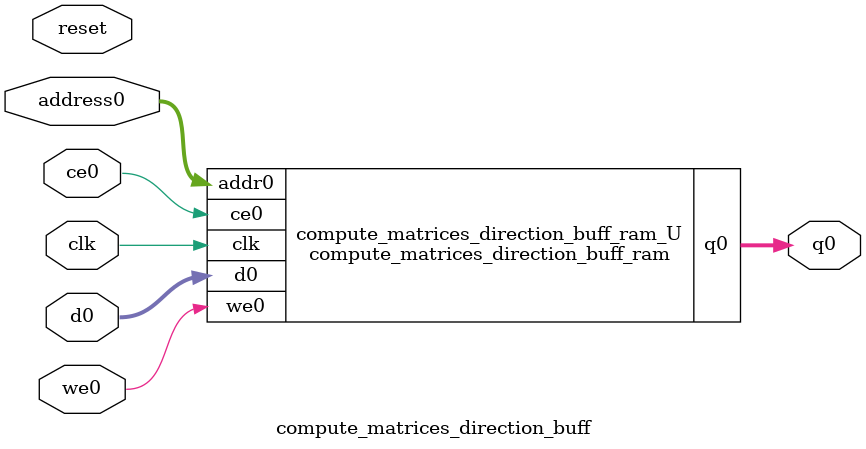
<source format=v>
`timescale 1 ns / 1 ps
module compute_matrices_direction_buff_ram (addr0, ce0, d0, we0, q0,  clk);

parameter DWIDTH = 2;
parameter AWIDTH = 5;
parameter MEM_SIZE = 32;

input[AWIDTH-1:0] addr0;
input ce0;
input[DWIDTH-1:0] d0;
input we0;
output reg[DWIDTH-1:0] q0;
input clk;

reg [DWIDTH-1:0] ram[0:MEM_SIZE-1];




always @(posedge clk)  
begin 
    if (ce0) begin
        if (we0) 
            ram[addr0] <= d0; 
        q0 <= ram[addr0];
    end
end


endmodule

`timescale 1 ns / 1 ps
module compute_matrices_direction_buff(
    reset,
    clk,
    address0,
    ce0,
    we0,
    d0,
    q0);

parameter DataWidth = 32'd2;
parameter AddressRange = 32'd32;
parameter AddressWidth = 32'd5;
input reset;
input clk;
input[AddressWidth - 1:0] address0;
input ce0;
input we0;
input[DataWidth - 1:0] d0;
output[DataWidth - 1:0] q0;



compute_matrices_direction_buff_ram compute_matrices_direction_buff_ram_U(
    .clk( clk ),
    .addr0( address0 ),
    .ce0( ce0 ),
    .we0( we0 ),
    .d0( d0 ),
    .q0( q0 ));

endmodule


</source>
